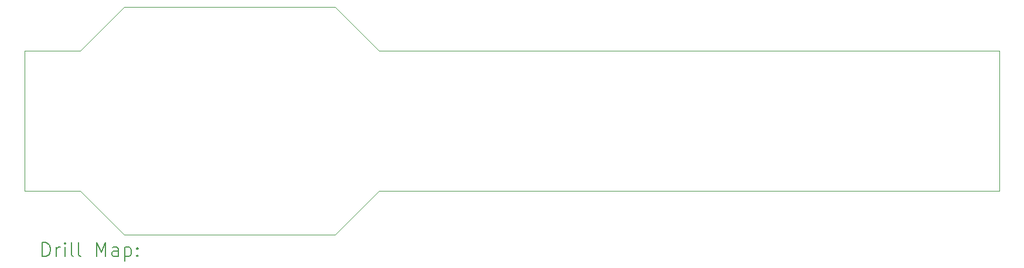
<source format=gbr>
%TF.GenerationSoftware,KiCad,Pcbnew,7.0.5-0*%
%TF.CreationDate,2023-07-03T21:24:08+02:00*%
%TF.ProjectId,atf1508_plcc84_breakout,61746631-3530-4385-9f70-6c636338345f,A*%
%TF.SameCoordinates,Original*%
%TF.FileFunction,Drillmap*%
%TF.FilePolarity,Positive*%
%FSLAX45Y45*%
G04 Gerber Fmt 4.5, Leading zero omitted, Abs format (unit mm)*
G04 Created by KiCad (PCBNEW 7.0.5-0) date 2023-07-03 21:24:08*
%MOMM*%
%LPD*%
G01*
G04 APERTURE LIST*
%ADD10C,0.100000*%
%ADD11C,0.200000*%
G04 APERTURE END LIST*
D10*
X12115800Y-7874000D02*
X12750800Y-7239000D01*
X9067800Y-4572000D02*
X8432800Y-5207000D01*
X9067800Y-7874000D02*
X12115800Y-7874000D01*
X21717000Y-7239000D02*
X12750800Y-7239000D01*
X8432800Y-5207000D02*
X7632700Y-5207000D01*
X9067800Y-7874000D02*
X8432800Y-7239000D01*
X9067800Y-4572000D02*
X12115800Y-4572000D01*
X21717000Y-5207000D02*
X21717000Y-7239000D01*
X12750800Y-5207000D02*
X12115800Y-4572000D01*
X7632700Y-7239000D02*
X7632700Y-5207000D01*
X12750800Y-5207000D02*
X21717000Y-5207000D01*
X8432800Y-7239000D02*
X7632700Y-7239000D01*
D11*
X7888477Y-8190484D02*
X7888477Y-7990484D01*
X7888477Y-7990484D02*
X7936096Y-7990484D01*
X7936096Y-7990484D02*
X7964667Y-8000008D01*
X7964667Y-8000008D02*
X7983715Y-8019055D01*
X7983715Y-8019055D02*
X7993239Y-8038103D01*
X7993239Y-8038103D02*
X8002762Y-8076198D01*
X8002762Y-8076198D02*
X8002762Y-8104769D01*
X8002762Y-8104769D02*
X7993239Y-8142865D01*
X7993239Y-8142865D02*
X7983715Y-8161912D01*
X7983715Y-8161912D02*
X7964667Y-8180960D01*
X7964667Y-8180960D02*
X7936096Y-8190484D01*
X7936096Y-8190484D02*
X7888477Y-8190484D01*
X8088477Y-8190484D02*
X8088477Y-8057150D01*
X8088477Y-8095246D02*
X8098001Y-8076198D01*
X8098001Y-8076198D02*
X8107524Y-8066674D01*
X8107524Y-8066674D02*
X8126572Y-8057150D01*
X8126572Y-8057150D02*
X8145620Y-8057150D01*
X8212286Y-8190484D02*
X8212286Y-8057150D01*
X8212286Y-7990484D02*
X8202762Y-8000008D01*
X8202762Y-8000008D02*
X8212286Y-8009531D01*
X8212286Y-8009531D02*
X8221810Y-8000008D01*
X8221810Y-8000008D02*
X8212286Y-7990484D01*
X8212286Y-7990484D02*
X8212286Y-8009531D01*
X8336096Y-8190484D02*
X8317048Y-8180960D01*
X8317048Y-8180960D02*
X8307524Y-8161912D01*
X8307524Y-8161912D02*
X8307524Y-7990484D01*
X8440858Y-8190484D02*
X8421810Y-8180960D01*
X8421810Y-8180960D02*
X8412286Y-8161912D01*
X8412286Y-8161912D02*
X8412286Y-7990484D01*
X8669429Y-8190484D02*
X8669429Y-7990484D01*
X8669429Y-7990484D02*
X8736096Y-8133341D01*
X8736096Y-8133341D02*
X8802763Y-7990484D01*
X8802763Y-7990484D02*
X8802763Y-8190484D01*
X8983715Y-8190484D02*
X8983715Y-8085722D01*
X8983715Y-8085722D02*
X8974191Y-8066674D01*
X8974191Y-8066674D02*
X8955144Y-8057150D01*
X8955144Y-8057150D02*
X8917048Y-8057150D01*
X8917048Y-8057150D02*
X8898001Y-8066674D01*
X8983715Y-8180960D02*
X8964667Y-8190484D01*
X8964667Y-8190484D02*
X8917048Y-8190484D01*
X8917048Y-8190484D02*
X8898001Y-8180960D01*
X8898001Y-8180960D02*
X8888477Y-8161912D01*
X8888477Y-8161912D02*
X8888477Y-8142865D01*
X8888477Y-8142865D02*
X8898001Y-8123817D01*
X8898001Y-8123817D02*
X8917048Y-8114293D01*
X8917048Y-8114293D02*
X8964667Y-8114293D01*
X8964667Y-8114293D02*
X8983715Y-8104769D01*
X9078953Y-8057150D02*
X9078953Y-8257150D01*
X9078953Y-8066674D02*
X9098001Y-8057150D01*
X9098001Y-8057150D02*
X9136096Y-8057150D01*
X9136096Y-8057150D02*
X9155144Y-8066674D01*
X9155144Y-8066674D02*
X9164667Y-8076198D01*
X9164667Y-8076198D02*
X9174191Y-8095246D01*
X9174191Y-8095246D02*
X9174191Y-8152388D01*
X9174191Y-8152388D02*
X9164667Y-8171436D01*
X9164667Y-8171436D02*
X9155144Y-8180960D01*
X9155144Y-8180960D02*
X9136096Y-8190484D01*
X9136096Y-8190484D02*
X9098001Y-8190484D01*
X9098001Y-8190484D02*
X9078953Y-8180960D01*
X9259905Y-8171436D02*
X9269429Y-8180960D01*
X9269429Y-8180960D02*
X9259905Y-8190484D01*
X9259905Y-8190484D02*
X9250382Y-8180960D01*
X9250382Y-8180960D02*
X9259905Y-8171436D01*
X9259905Y-8171436D02*
X9259905Y-8190484D01*
X9259905Y-8066674D02*
X9269429Y-8076198D01*
X9269429Y-8076198D02*
X9259905Y-8085722D01*
X9259905Y-8085722D02*
X9250382Y-8076198D01*
X9250382Y-8076198D02*
X9259905Y-8066674D01*
X9259905Y-8066674D02*
X9259905Y-8085722D01*
M02*

</source>
